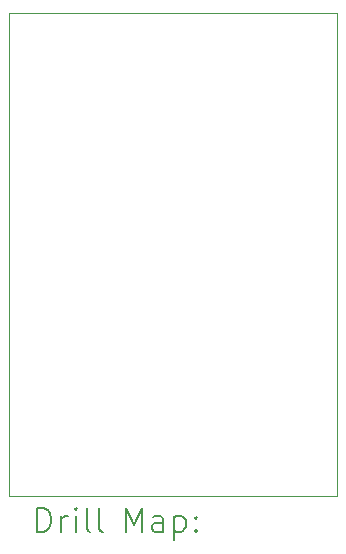
<source format=gbr>
%TF.GenerationSoftware,KiCad,Pcbnew,(7.0.0)*%
%TF.CreationDate,2023-03-16T10:53:54+00:00*%
%TF.ProjectId,kit-soldadura-pcb,6b69742d-736f-46c6-9461-647572612d70,rev?*%
%TF.SameCoordinates,Original*%
%TF.FileFunction,Drillmap*%
%TF.FilePolarity,Positive*%
%FSLAX45Y45*%
G04 Gerber Fmt 4.5, Leading zero omitted, Abs format (unit mm)*
G04 Created by KiCad (PCBNEW (7.0.0)) date 2023-03-16 10:53:54*
%MOMM*%
%LPD*%
G01*
G04 APERTURE LIST*
%ADD10C,0.100000*%
%ADD11C,0.200000*%
G04 APERTURE END LIST*
D10*
X13530000Y-7651614D02*
X16312000Y-7651614D01*
X16312000Y-7651614D02*
X16312000Y-11743614D01*
X16312000Y-11743614D02*
X13530000Y-11743614D01*
X13530000Y-11743614D02*
X13530000Y-7651614D01*
D11*
X13772619Y-12042090D02*
X13772619Y-11842090D01*
X13772619Y-11842090D02*
X13820238Y-11842090D01*
X13820238Y-11842090D02*
X13848809Y-11851614D01*
X13848809Y-11851614D02*
X13867857Y-11870661D01*
X13867857Y-11870661D02*
X13877381Y-11889709D01*
X13877381Y-11889709D02*
X13886905Y-11927804D01*
X13886905Y-11927804D02*
X13886905Y-11956376D01*
X13886905Y-11956376D02*
X13877381Y-11994471D01*
X13877381Y-11994471D02*
X13867857Y-12013518D01*
X13867857Y-12013518D02*
X13848809Y-12032566D01*
X13848809Y-12032566D02*
X13820238Y-12042090D01*
X13820238Y-12042090D02*
X13772619Y-12042090D01*
X13972619Y-12042090D02*
X13972619Y-11908756D01*
X13972619Y-11946852D02*
X13982143Y-11927804D01*
X13982143Y-11927804D02*
X13991667Y-11918280D01*
X13991667Y-11918280D02*
X14010714Y-11908756D01*
X14010714Y-11908756D02*
X14029762Y-11908756D01*
X14096428Y-12042090D02*
X14096428Y-11908756D01*
X14096428Y-11842090D02*
X14086905Y-11851614D01*
X14086905Y-11851614D02*
X14096428Y-11861137D01*
X14096428Y-11861137D02*
X14105952Y-11851614D01*
X14105952Y-11851614D02*
X14096428Y-11842090D01*
X14096428Y-11842090D02*
X14096428Y-11861137D01*
X14220238Y-12042090D02*
X14201190Y-12032566D01*
X14201190Y-12032566D02*
X14191667Y-12013518D01*
X14191667Y-12013518D02*
X14191667Y-11842090D01*
X14325000Y-12042090D02*
X14305952Y-12032566D01*
X14305952Y-12032566D02*
X14296428Y-12013518D01*
X14296428Y-12013518D02*
X14296428Y-11842090D01*
X14521190Y-12042090D02*
X14521190Y-11842090D01*
X14521190Y-11842090D02*
X14587857Y-11984947D01*
X14587857Y-11984947D02*
X14654524Y-11842090D01*
X14654524Y-11842090D02*
X14654524Y-12042090D01*
X14835476Y-12042090D02*
X14835476Y-11937328D01*
X14835476Y-11937328D02*
X14825952Y-11918280D01*
X14825952Y-11918280D02*
X14806905Y-11908756D01*
X14806905Y-11908756D02*
X14768809Y-11908756D01*
X14768809Y-11908756D02*
X14749762Y-11918280D01*
X14835476Y-12032566D02*
X14816428Y-12042090D01*
X14816428Y-12042090D02*
X14768809Y-12042090D01*
X14768809Y-12042090D02*
X14749762Y-12032566D01*
X14749762Y-12032566D02*
X14740238Y-12013518D01*
X14740238Y-12013518D02*
X14740238Y-11994471D01*
X14740238Y-11994471D02*
X14749762Y-11975423D01*
X14749762Y-11975423D02*
X14768809Y-11965899D01*
X14768809Y-11965899D02*
X14816428Y-11965899D01*
X14816428Y-11965899D02*
X14835476Y-11956376D01*
X14930714Y-11908756D02*
X14930714Y-12108756D01*
X14930714Y-11918280D02*
X14949762Y-11908756D01*
X14949762Y-11908756D02*
X14987857Y-11908756D01*
X14987857Y-11908756D02*
X15006905Y-11918280D01*
X15006905Y-11918280D02*
X15016428Y-11927804D01*
X15016428Y-11927804D02*
X15025952Y-11946852D01*
X15025952Y-11946852D02*
X15025952Y-12003995D01*
X15025952Y-12003995D02*
X15016428Y-12023042D01*
X15016428Y-12023042D02*
X15006905Y-12032566D01*
X15006905Y-12032566D02*
X14987857Y-12042090D01*
X14987857Y-12042090D02*
X14949762Y-12042090D01*
X14949762Y-12042090D02*
X14930714Y-12032566D01*
X15111667Y-12023042D02*
X15121190Y-12032566D01*
X15121190Y-12032566D02*
X15111667Y-12042090D01*
X15111667Y-12042090D02*
X15102143Y-12032566D01*
X15102143Y-12032566D02*
X15111667Y-12023042D01*
X15111667Y-12023042D02*
X15111667Y-12042090D01*
X15111667Y-11918280D02*
X15121190Y-11927804D01*
X15121190Y-11927804D02*
X15111667Y-11937328D01*
X15111667Y-11937328D02*
X15102143Y-11927804D01*
X15102143Y-11927804D02*
X15111667Y-11918280D01*
X15111667Y-11918280D02*
X15111667Y-11937328D01*
M02*

</source>
